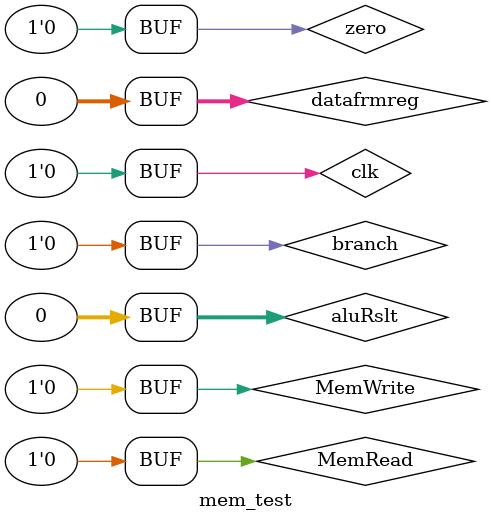
<source format=v>
`timescale 1ns / 1ps


module mem_test;

	// Inputs
	reg clk;
	reg zero;
	reg branch;
	reg MemRead;
	reg MemWrite;
	reg [31:0] aluRslt;
	reg [31:0] datafrmreg;

	// Outputs
	wire hit;
	wire pcSrc;
	wire [31:0] readdata;
	wire [31:0] aluRsltt;

	// Instantiate the Unit Under Test (UUT)
	memoryStage uut (
		.clk(clk), 
		.zero(zero), 
		.branch(branch), 
		.MemRead(MemRead), 
		.MemWrite(MemWrite), 
		.aluRslt(aluRslt), 
		.datafrmreg(datafrmreg), 
		.hit(hit), 
		.pcSrc(pcSrc), 
		.readdata(readdata), 
		.aluRsltt(aluRsltt)
	);

	initial begin
		// Initialize Inputs
		clk = 0;
		zero = 0;
		branch = 0;
		MemRead = 0;
		MemWrite = 0;
		aluRslt = 0;
		datafrmreg = 0;

		// Wait 100 ns for global reset to finish
		#100;
        
		// Add stimulus here

	end
      
endmodule


</source>
